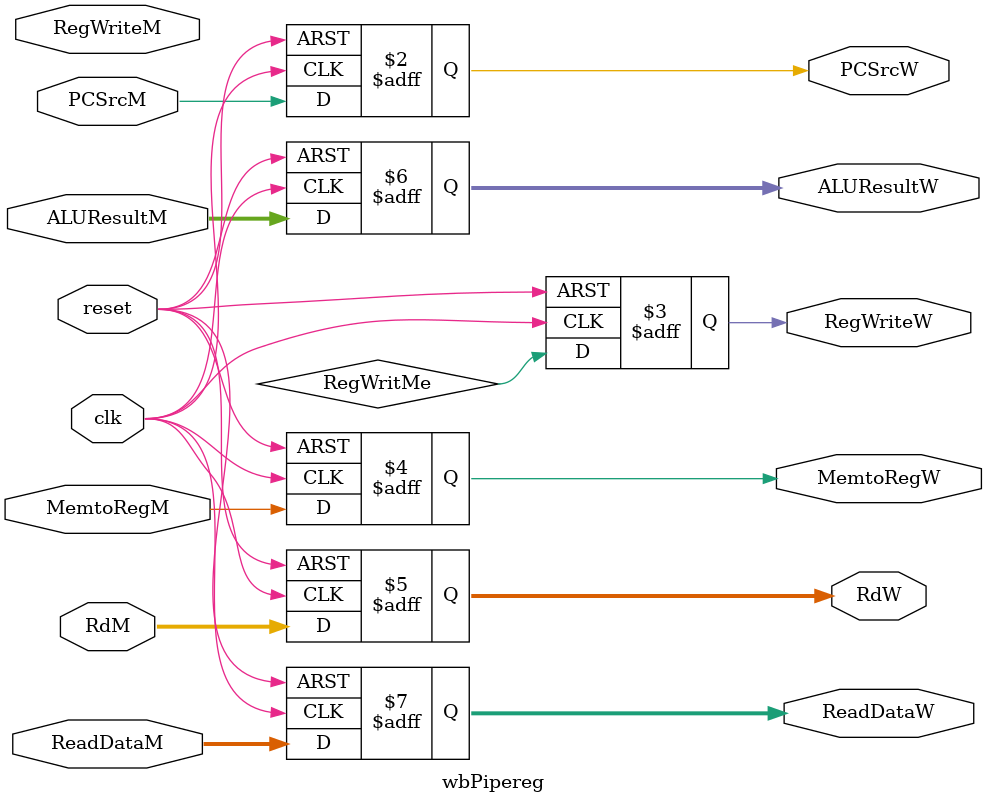
<source format=sv>
module wbPipereg(
    input logic clk, reset, PCSrcM, RegWriteM, MemtoRegM, 
    input logic [3:0] RdM,
    input logic [31:0] ALUResultM, ReadDataM,
    output logic PCSrcW, RegWriteW, MemtoRegW,
    output logic [3:0] RdW,
    output logic [31:0] ALUResultW, ReadDataW
    );

    always_ff @(posedge clk, posedge reset)
    begin
         if (reset)
            begin
            PCSrcW <= 0;
            RegWriteW <= 0;
            MemtoRegW <= 0;
            RdW <= 4'b0000;
            ALUResultW <= 32'b0;
            ReadDataW <= 32'b0;
            end
        else
            begin
            PCSrcW <= PCSrcM;
            RegWriteW <= RegWritMe;
            MemtoRegW <= MemtoRegM;
            RdW <= RdM;
            ALUResultW <= ALUResultM;
            ReadDataW <= ReadDataM;
            end
    end 
endmodule

</source>
